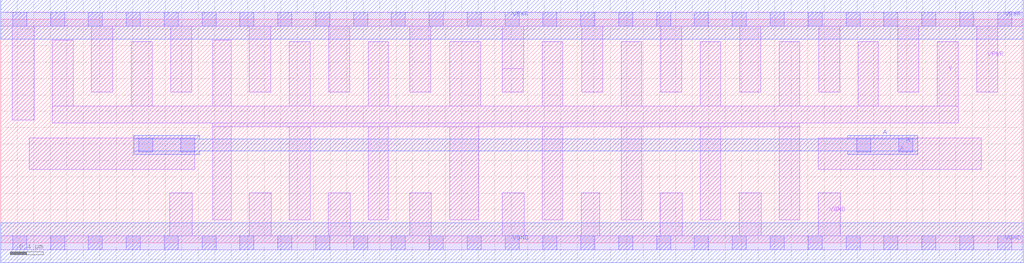
<source format=lef>
# Copyright 2020 The SkyWater PDK Authors
#
# Licensed under the Apache License, Version 2.0 (the "License");
# you may not use this file except in compliance with the License.
# You may obtain a copy of the License at
#
#     https://www.apache.org/licenses/LICENSE-2.0
#
# Unless required by applicable law or agreed to in writing, software
# distributed under the License is distributed on an "AS IS" BASIS,
# WITHOUT WARRANTIES OR CONDITIONS OF ANY KIND, either express or implied.
# See the License for the specific language governing permissions and
# limitations under the License.
#
# SPDX-License-Identifier: Apache-2.0

VERSION 5.7 ;
  NAMESCASESENSITIVE ON ;
  NOWIREEXTENSIONATPIN ON ;
  DIVIDERCHAR "/" ;
  BUSBITCHARS "[]" ;
UNITS
  DATABASE MICRONS 200 ;
END UNITS
PROPERTYDEFINITIONS
  MACRO maskLayoutSubType STRING ;
  MACRO prCellType STRING ;
  MACRO originalViewName STRING ;
END PROPERTYDEFINITIONS
MACRO sky130_fd_sc_hdll__clkinv_16
  CLASS CORE ;
  FOREIGN sky130_fd_sc_hdll__clkinv_16 ;
  ORIGIN  0.000000  0.000000 ;
  SIZE  12.42000 BY  2.720000 ;
  SYMMETRY X Y R90 ;
  SITE unithd ;
  PIN A
    ANTENNAGATEAREA  5.328000 ;
    DIRECTION INPUT ;
    USE SIGNAL ;
    PORT
      LAYER li1 ;
        RECT 0.345000 0.895000  2.355000 1.275000 ;
        RECT 9.930000 0.895000 11.910000 1.275000 ;
      LAYER mcon ;
        RECT  1.675000 1.105000  1.845000 1.275000 ;
        RECT  2.185000 1.105000  2.355000 1.275000 ;
        RECT 10.395000 1.105000 10.565000 1.275000 ;
        RECT 10.905000 1.105000 11.075000 1.275000 ;
      LAYER met1 ;
        RECT  1.615000 1.075000  2.415000 1.120000 ;
        RECT  1.615000 1.120000 11.135000 1.260000 ;
        RECT  1.615000 1.260000  2.415000 1.305000 ;
        RECT 10.285000 1.075000 11.135000 1.120000 ;
        RECT 10.285000 1.260000 11.135000 1.305000 ;
    END
  END A
  PIN Y
    ANTENNADIFFAREA  4.928900 ;
    DIRECTION OUTPUT ;
    USE SIGNAL ;
    PORT
      LAYER li1 ;
        RECT  0.625000 1.455000 11.630000 1.665000 ;
        RECT  0.625000 1.665000  0.880000 2.465000 ;
        RECT  1.585000 1.665000  1.840000 2.450000 ;
        RECT  2.575000 0.280000  2.800000 1.415000 ;
        RECT  2.575000 1.415000  9.705000 1.455000 ;
        RECT  2.575000 1.665000  2.800000 2.465000 ;
        RECT  3.505000 0.280000  3.760000 1.415000 ;
        RECT  3.505000 1.665000  3.760000 2.450000 ;
        RECT  4.465000 0.280000  4.705000 1.415000 ;
        RECT  4.465000 1.665000  4.705000 2.450000 ;
        RECT  5.455000 0.280000  5.805000 1.415000 ;
        RECT  5.455000 1.665000  5.830000 2.450000 ;
        RECT  6.575000 0.280000  6.825000 1.415000 ;
        RECT  6.575000 1.665000  6.825000 2.450000 ;
        RECT  7.535000 0.280000  7.785000 1.415000 ;
        RECT  7.535000 1.665000  7.785000 2.450000 ;
        RECT  8.495000 0.280000  8.745000 1.415000 ;
        RECT  8.495000 1.665000  8.745000 2.450000 ;
        RECT  9.455000 0.280000  9.705000 1.415000 ;
        RECT  9.455000 1.665000  9.705000 2.450000 ;
        RECT 10.415000 1.665000 10.655000 2.450000 ;
        RECT 11.375000 1.665000 11.630000 2.450000 ;
    END
  END Y
  PIN VGND
    DIRECTION INOUT ;
    USE GROUND ;
    PORT
      LAYER li1 ;
        RECT 0.000000 -0.085000 12.420000 0.085000 ;
        RECT 2.055000  0.085000  2.325000 0.610000 ;
        RECT 3.020000  0.085000  3.285000 0.610000 ;
        RECT 3.980000  0.085000  4.245000 0.610000 ;
        RECT 4.965000  0.085000  5.230000 0.610000 ;
        RECT 6.090000  0.085000  6.355000 0.610000 ;
        RECT 7.050000  0.085000  7.275000 0.610000 ;
        RECT 8.010000  0.085000  8.275000 0.610000 ;
        RECT 8.970000  0.085000  9.235000 0.610000 ;
        RECT 9.930000  0.085000 10.195000 0.610000 ;
      LAYER mcon ;
        RECT  0.145000 -0.085000  0.315000 0.085000 ;
        RECT  0.605000 -0.085000  0.775000 0.085000 ;
        RECT  1.065000 -0.085000  1.235000 0.085000 ;
        RECT  1.525000 -0.085000  1.695000 0.085000 ;
        RECT  1.985000 -0.085000  2.155000 0.085000 ;
        RECT  2.445000 -0.085000  2.615000 0.085000 ;
        RECT  2.905000 -0.085000  3.075000 0.085000 ;
        RECT  3.365000 -0.085000  3.535000 0.085000 ;
        RECT  3.825000 -0.085000  3.995000 0.085000 ;
        RECT  4.285000 -0.085000  4.455000 0.085000 ;
        RECT  4.745000 -0.085000  4.915000 0.085000 ;
        RECT  5.205000 -0.085000  5.375000 0.085000 ;
        RECT  5.665000 -0.085000  5.835000 0.085000 ;
        RECT  6.125000 -0.085000  6.295000 0.085000 ;
        RECT  6.585000 -0.085000  6.755000 0.085000 ;
        RECT  7.045000 -0.085000  7.215000 0.085000 ;
        RECT  7.505000 -0.085000  7.675000 0.085000 ;
        RECT  7.965000 -0.085000  8.135000 0.085000 ;
        RECT  8.425000 -0.085000  8.595000 0.085000 ;
        RECT  8.885000 -0.085000  9.055000 0.085000 ;
        RECT  9.345000 -0.085000  9.515000 0.085000 ;
        RECT  9.805000 -0.085000  9.975000 0.085000 ;
        RECT 10.265000 -0.085000 10.435000 0.085000 ;
        RECT 10.725000 -0.085000 10.895000 0.085000 ;
        RECT 11.185000 -0.085000 11.355000 0.085000 ;
        RECT 11.645000 -0.085000 11.815000 0.085000 ;
        RECT 12.105000 -0.085000 12.275000 0.085000 ;
      LAYER met1 ;
        RECT 0.000000 -0.240000 12.420000 0.240000 ;
    END
  END VGND
  PIN VPWR
    DIRECTION INOUT ;
    USE POWER ;
    PORT
      LAYER li1 ;
        RECT  0.000000 2.635000 12.420000 2.805000 ;
        RECT  0.140000 1.495000  0.405000 2.635000 ;
        RECT  1.100000 1.835000  1.360000 2.635000 ;
        RECT  2.065000 1.835000  2.320000 2.635000 ;
        RECT  3.020000 1.835000  3.280000 2.635000 ;
        RECT  3.985000 1.835000  4.240000 2.635000 ;
        RECT  4.965000 1.835000  5.220000 2.635000 ;
        RECT  6.090000 1.835000  6.345000 2.120000 ;
        RECT  6.090000 2.120000  6.350000 2.635000 ;
        RECT  7.055000 1.835000  7.310000 2.635000 ;
        RECT  8.015000 1.835000  8.270000 2.635000 ;
        RECT  8.975000 1.835000  9.230000 2.635000 ;
        RECT  9.935000 1.835000 10.190000 2.635000 ;
        RECT 10.895000 1.835000 11.150000 2.635000 ;
        RECT 11.850000 1.835000 12.110000 2.635000 ;
      LAYER mcon ;
        RECT  0.145000 2.635000  0.315000 2.805000 ;
        RECT  0.605000 2.635000  0.775000 2.805000 ;
        RECT  1.065000 2.635000  1.235000 2.805000 ;
        RECT  1.525000 2.635000  1.695000 2.805000 ;
        RECT  1.985000 2.635000  2.155000 2.805000 ;
        RECT  2.445000 2.635000  2.615000 2.805000 ;
        RECT  2.905000 2.635000  3.075000 2.805000 ;
        RECT  3.365000 2.635000  3.535000 2.805000 ;
        RECT  3.825000 2.635000  3.995000 2.805000 ;
        RECT  4.285000 2.635000  4.455000 2.805000 ;
        RECT  4.745000 2.635000  4.915000 2.805000 ;
        RECT  5.205000 2.635000  5.375000 2.805000 ;
        RECT  5.665000 2.635000  5.835000 2.805000 ;
        RECT  6.125000 2.635000  6.295000 2.805000 ;
        RECT  6.585000 2.635000  6.755000 2.805000 ;
        RECT  7.045000 2.635000  7.215000 2.805000 ;
        RECT  7.505000 2.635000  7.675000 2.805000 ;
        RECT  7.965000 2.635000  8.135000 2.805000 ;
        RECT  8.425000 2.635000  8.595000 2.805000 ;
        RECT  8.885000 2.635000  9.055000 2.805000 ;
        RECT  9.345000 2.635000  9.515000 2.805000 ;
        RECT  9.805000 2.635000  9.975000 2.805000 ;
        RECT 10.265000 2.635000 10.435000 2.805000 ;
        RECT 10.725000 2.635000 10.895000 2.805000 ;
        RECT 11.185000 2.635000 11.355000 2.805000 ;
        RECT 11.645000 2.635000 11.815000 2.805000 ;
        RECT 12.105000 2.635000 12.275000 2.805000 ;
      LAYER met1 ;
        RECT 0.000000 2.480000 12.420000 2.960000 ;
    END
  END VPWR
  PROPERTY maskLayoutSubType "abstract" ;
  PROPERTY prCellType "standard" ;
  PROPERTY originalViewName "layout" ;
END sky130_fd_sc_hdll__clkinv_16

</source>
